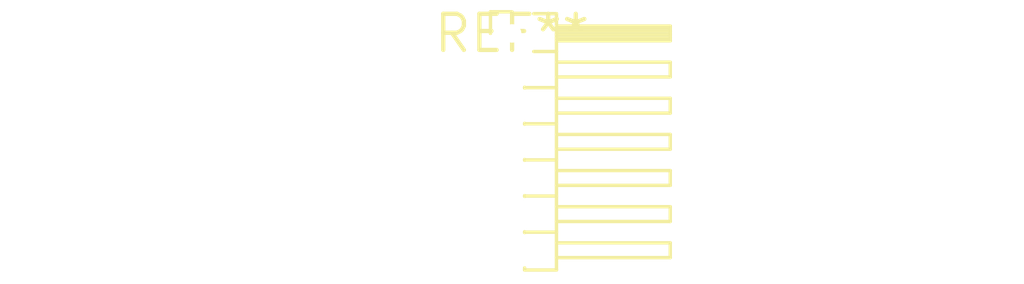
<source format=kicad_pcb>
(kicad_pcb (version 20240108) (generator pcbnew)
  (layers (0 "F.Cu" signal) (31 "B.Cu" signal) (34 "B.Paste" user) (35 "F.Paste" user) (36 "B.SilkS" user "B.Silkscreen") (37 "F.SilkS" user "F.Silkscreen") (38 "B.Mask" user) (39 "F.Mask" user) (44 "Edge.Cuts" user))
  (net 0 "")
  (footprint "PinHeader_1x07_P1.27mm_Horizontal" (layer "F.Cu") (at 0 0)
    (property "Reference" "REF**")
    (property "Value" "PinHeader_1x07_P1.27mm_Horizontal")
    (fp_line (start -0.76 -0.76) (end 0 -0.76) (layer "F.SilkS") (stroke (width 0.12)))
    (fp_line (start -0.76 0) (end -0.76 -0.76) (layer "F.SilkS") (stroke (width 0.12)))
    (fp_line (start 0.44 1.889677) (end 0.44 1.920323) (layer "F.SilkS") (stroke (width 0.12)))
    (fp_line (start 0.44 1.905) (end 1.56 1.905) (layer "F.SilkS") (stroke (width 0.12)))
    (fp_line (start 0.44 3.159677) (end 0.44 3.190323) (layer "F.SilkS") (stroke (width 0.12)))
    (fp_line (start 0.44 3.175) (end 1.56 3.175) (layer "F.SilkS") (stroke (width 0.12)))
    (fp_line (start 0.44 4.429677) (end 0.44 4.460323) (layer "F.SilkS") (stroke (width 0.12)))
    (fp_line (start 0.44 4.445) (end 1.56 4.445) (layer "F.SilkS") (stroke (width 0.12)))
    (fp_line (start 0.44 5.699677) (end 0.44 5.730323) (layer "F.SilkS") (stroke (width 0.12)))
    (fp_line (start 0.44 5.715) (end 1.56 5.715) (layer "F.SilkS") (stroke (width 0.12)))
    (fp_line (start 0.44 6.969677) (end 0.44 7.000323) (layer "F.SilkS") (stroke (width 0.12)))
    (fp_line (start 0.44 6.985) (end 1.56 6.985) (layer "F.SilkS") (stroke (width 0.12)))
    (fp_line (start 0.44 8.315) (end 0.44 8.239677) (layer "F.SilkS") (stroke (width 0.12)))
    (fp_line (start 0.76 -0.695) (end 1.56 -0.695) (layer "F.SilkS") (stroke (width 0.12)))
    (fp_line (start 0.76 0.635) (end 1.56 0.635) (layer "F.SilkS") (stroke (width 0.12)))
    (fp_line (start 1.56 -0.695) (end 1.56 8.315) (layer "F.SilkS") (stroke (width 0.12)))
    (fp_line (start 1.56 -0.26) (end 5.56 -0.26) (layer "F.SilkS") (stroke (width 0.12)))
    (fp_line (start 1.56 -0.2) (end 5.56 -0.2) (layer "F.SilkS") (stroke (width 0.12)))
    (fp_line (start 1.56 -0.08) (end 5.56 -0.08) (layer "F.SilkS") (stroke (width 0.12)))
    (fp_line (start 1.56 0.04) (end 5.56 0.04) (layer "F.SilkS") (stroke (width 0.12)))
    (fp_line (start 1.56 0.16) (end 5.56 0.16) (layer "F.SilkS") (stroke (width 0.12)))
    (fp_line (start 1.56 1.01) (end 5.56 1.01) (layer "F.SilkS") (stroke (width 0.12)))
    (fp_line (start 1.56 2.28) (end 5.56 2.28) (layer "F.SilkS") (stroke (width 0.12)))
    (fp_line (start 1.56 3.55) (end 5.56 3.55) (layer "F.SilkS") (stroke (width 0.12)))
    (fp_line (start 1.56 4.82) (end 5.56 4.82) (layer "F.SilkS") (stroke (width 0.12)))
    (fp_line (start 1.56 6.09) (end 5.56 6.09) (layer "F.SilkS") (stroke (width 0.12)))
    (fp_line (start 1.56 7.36) (end 5.56 7.36) (layer "F.SilkS") (stroke (width 0.12)))
    (fp_line (start 1.56 8.315) (end 0.44 8.315) (layer "F.SilkS") (stroke (width 0.12)))
    (fp_line (start 5.56 -0.26) (end 5.56 0.26) (layer "F.SilkS") (stroke (width 0.12)))
    (fp_line (start 5.56 0.26) (end 1.56 0.26) (layer "F.SilkS") (stroke (width 0.12)))
    (fp_line (start 5.56 1.01) (end 5.56 1.53) (layer "F.SilkS") (stroke (width 0.12)))
    (fp_line (start 5.56 1.53) (end 1.56 1.53) (layer "F.SilkS") (stroke (width 0.12)))
    (fp_line (start 5.56 2.28) (end 5.56 2.8) (layer "F.SilkS") (stroke (width 0.12)))
    (fp_line (start 5.56 2.8) (end 1.56 2.8) (layer "F.SilkS") (stroke (width 0.12)))
    (fp_line (start 5.56 3.55) (end 5.56 4.07) (layer "F.SilkS") (stroke (width 0.12)))
    (fp_line (start 5.56 4.07) (end 1.56 4.07) (layer "F.SilkS") (stroke (width 0.12)))
    (fp_line (start 5.56 4.82) (end 5.56 5.34) (layer "F.SilkS") (stroke (width 0.12)))
    (fp_line (start 5.56 5.34) (end 1.56 5.34) (layer "F.SilkS") (stroke (width 0.12)))
    (fp_line (start 5.56 6.09) (end 5.56 6.61) (layer "F.SilkS") (stroke (width 0.12)))
    (fp_line (start 5.56 6.61) (end 1.56 6.61) (layer "F.SilkS") (stroke (width 0.12)))
    (fp_line (start 5.56 7.36) (end 5.56 7.88) (layer "F.SilkS") (stroke (width 0.12)))
    (fp_line (start 5.56 7.88) (end 1.56 7.88) (layer "F.SilkS") (stroke (width 0.12)))
    (pad "1" thru_hole rect (at 0 0) (size 1 1) (drill 0.65) (layers *.Cu *.Mask) (remove_unused_layers))
    (pad "2" thru_hole oval (at 0 1.27) (size 1 1) (drill 0.65) (layers *.Cu *.Mask) (remove_unused_layers))
    (pad "3" thru_hole oval (at 0 2.54) (size 1 1) (drill 0.65) (layers *.Cu *.Mask) (remove_unused_layers))
    (pad "4" thru_hole oval (at 0 3.81) (size 1 1) (drill 0.65) (layers *.Cu *.Mask) (remove_unused_layers))
    (pad "5" thru_hole oval (at 0 5.08) (size 1 1) (drill 0.65) (layers *.Cu *.Mask) (remove_unused_layers))
    (pad "6" thru_hole oval (at 0 6.35) (size 1 1) (drill 0.65) (layers *.Cu *.Mask) (remove_unused_layers))
    (pad "7" thru_hole oval (at 0 7.62) (size 1 1) (drill 0.65) (layers *.Cu *.Mask) (remove_unused_layers))
  )
)
</source>
